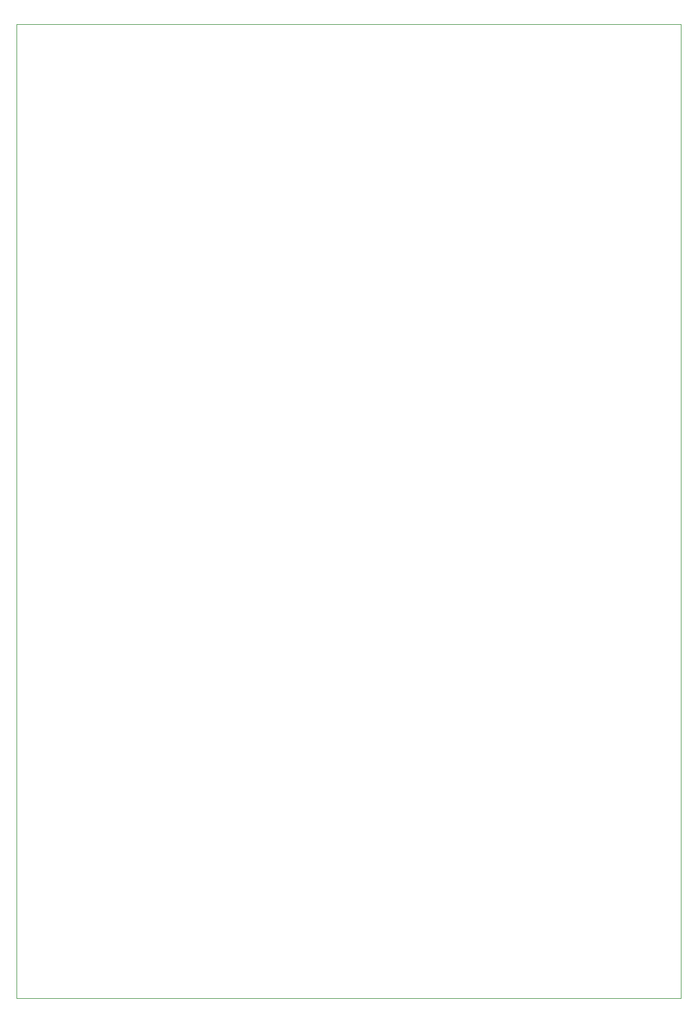
<source format=gbr>
%TF.GenerationSoftware,KiCad,Pcbnew,(5.1.10)-1*%
%TF.CreationDate,2022-06-15T22:29:57+09:00*%
%TF.ProjectId,2022_barami,32303232-5f62-4617-9261-6d692e6b6963,rev?*%
%TF.SameCoordinates,Original*%
%TF.FileFunction,Profile,NP*%
%FSLAX46Y46*%
G04 Gerber Fmt 4.6, Leading zero omitted, Abs format (unit mm)*
G04 Created by KiCad (PCBNEW (5.1.10)-1) date 2022-06-15 22:29:57*
%MOMM*%
%LPD*%
G01*
G04 APERTURE LIST*
%TA.AperFunction,Profile*%
%ADD10C,0.050000*%
%TD*%
G04 APERTURE END LIST*
D10*
X170180000Y-176530000D02*
X168910000Y-176530000D01*
X170180000Y-36830000D02*
X74930000Y-36830000D01*
X170180000Y-176530000D02*
X170180000Y-36830000D01*
X74930000Y-176530000D02*
X168910000Y-176530000D01*
X74930000Y-36830000D02*
X74930000Y-176530000D01*
M02*

</source>
